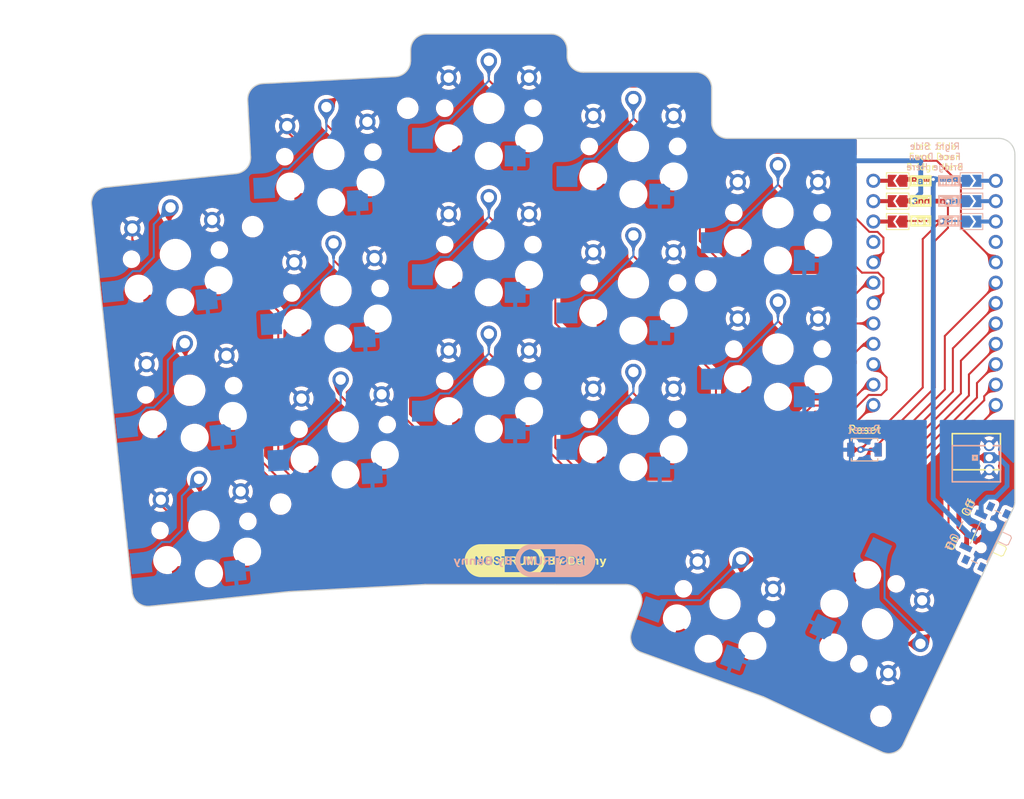
<source format=kicad_pcb>
(kicad_pcb (version 20221018) (generator pcbnew)
  (title_block (title "Nostrum") (rev "v1.0.0") (company "Unknown"))
  (layers (0 "F.Cu" signal) (31 "B.Cu" signal) (34 "B.Paste" user) (35 "F.Paste" user) (36 "B.SilkS" user "B.Silkscreen") (37 "F.SilkS" user "F.Silkscreen") (38 "B.Mask" user) (39 "F.Mask" user) (44 "Edge.Cuts" user))
  (net 0 "")
  (net 1 "GND")
  (net 2 "matrix_pinky_bottom")
  (net 3 "matrix_pinky_home")
  (net 4 "matrix_pinky_top")
  (net 5 "matrix_ring_bottom")
  (net 6 "matrix_ring_home")
  (net 7 "matrix_ring_top")
  (net 8 "matrix_middle_bottom")
  (net 9 "matrix_middle_home")
  (net 10 "matrix_middle_top")
  (net 11 "matrix_index_bottom")
  (net 12 "matrix_index_home")
  (net 13 "matrix_index_top")
  (net 14 "matrix_inner_bottom")
  (net 15 "matrix_inner_home")
  (net 16 "thumb_tucky")
  (net 17 "thumb_reachy")
  (net 18 "RAW")
  (net 19 "RST")
  (net 20 "pos")
  (footprint "Button_Switch_SMD:SW_SPDT_PCM12" (layer "F.Cu") (at 97.110991 1.219998 65)
    (fp_text reference "On - Off")
    (fp_text value "")
  )
  (footprint "Button_Switch_SMD:SW_SPST_B3U-1000P" (layer "F.Cu") (at 82.25 -9.5)
    (fp_text reference "Reset")
    (fp_text value "")
  )
  (footprint "PG1350" (layer "F.Cu") (at 71.472891 -22.039176)
    (fp_text reference "S29" hide)
    (fp_text value "" hide)
  )
  (footprint "PG1350" (layer "F.Cu") (at 17.328122 -12.342692 3)
    (fp_text reference "S20" hide)
    (fp_text value "" hide)
  )
  (footprint "PG1350" (layer "F.Cu") (at 35.472892 -52.051676 180)
    (fp_text reference "S9" hide)
    (fp_text value "" hide)
  )
  (footprint "PG1350" (layer "F.Cu") (at 15.5487 -46.296096 -177)
    (fp_text reference "S6" hide)
    (fp_text value "" hide)
  )
  (footprint "PG1350" (layer "F.Cu") (at 17.328122 -12.342692 -177)
    (fp_text reference "S4" hide)
    (fp_text value "" hide)
  )
  (footprint "kibuzzard-64BC4CE6" (layer "F.Cu") (at 89.25 -43)
    (fp_text reference "kibuzzard-64BC4CE6" hide)
    (fp_text value "G***" hide)
  )
  (footprint "PG1350" (layer "F.Cu") (at 0 0 6)
    (fp_text reference "S17" hide)
    (fp_text value "" hide)
  )
  (footprint "PG1350" (layer "F.Cu") (at -1.776984 -16.906872 6)
    (fp_text reference "S18" hide)
    (fp_text value "" hide)
  )
  (footprint "PG1350" (layer "F.Cu") (at 64.872892 9.710824 160)
    (fp_text reference "S15" hide)
    (fp_text value "" hide)
  )
  (footprint "PG1350" (layer "F.Cu") (at 35.472892 -35.051676)
    (fp_text reference "S24" hide)
    (fp_text value "" hide)
  )
  (footprint "PG1350" (layer "F.Cu") (at -3.553968 -33.813744 6)
    (fp_text reference "S19" hide)
    (fp_text value "" hide)
  )
  (footprint "Library:MountingHole_2.2mm_M2draw" (layer "F.Cu") (at 9.54096 -2.721958)
    (fp_text reference "")
    (fp_text value "")
  )
  (footprint "PG1350" (layer "F.Cu") (at 16.438411 -29.319394 -177)
    (fp_text reference "S5" hide)
    (fp_text value "" hide)
  )
  (footprint "kibuzzard-64BC4B3E" (layer "F.Cu") (at 89.25 -38)
    (fp_text reference "kibuzzard-64BC4B3E" hide)
    (fp_text value "G***" hide)
  )
  (footprint "PG1350" (layer "F.Cu") (at 53.472892 -47.289176 180)
    (fp_text reference "S12" hide)
    (fp_text value "" hide)
  )
  (footprint "PG1350" (layer "F.Cu") (at 83.868802 12.19513 65)
    (fp_text reference "S16" hide)
    (fp_text value "" hide)
  )
  (footprint "PG1350" (layer "F.Cu") (at 35.472892 -18.051676)
    (fp_text reference "S23" hide)
    (fp_text value "" hide)
  )
  (footprint "Library:ProMicroSimpleJumper" (layer "F.Cu") (at 90.972891 -29.039176 -90)
    (fp_text reference "MCU1" hide)
    (fp_text value "" hide)
  )
  (footprint "PG1350" (layer "F.Cu") (at 15.5487 -46.296096 3)
    (fp_text reference "S22" hide)
    (fp_text value "" hide)
  )
  (footprint "SamacSys_Parts:SHDRRA2W50P0X150_1X2_450X600X370P" (layer "F.Cu") (at 97.775 -8.5 90)
    (fp_text reference "")
    (fp_text value "" hide)
  )
  (footprint "LOGO" (layer "F.Cu") (at 37.450405 4.318136)
    (fp_text reference "G***" hide)
    (fp_text value "LOGO" hide)
  )
  (footprint "PG1350" (layer "F.Cu") (at 0 0 -174)
    (fp_text reference "S1" hide)
    (fp_text value "" hide)
  )
  (footprint "PG1350" (layer "F.Cu") (at 53.472892 -30.289176 180)
    (fp_text reference "S11" hide)
    (fp_text value "" hide)
  )
  (footprint "Library:MountingHole_2.2mm_M2draw" (layer "F.Cu") (at 62.472891 -30.539176)
    (fp_text reference "")
    (fp_text value "")
  )
  (footprint "PG1350" (layer "F.Cu") (at 53.472892 -13.289176)
    (fp_text reference "S26" hide)
    (fp_text value "" hide)
  )
  (footprint "Library:MountingHole_2.2mm_M2draw" (layer "F.Cu") (at 84.295081 23.703531)
    (fp_text reference "")
    (fp_text value "")
  )
  (footprint "PG1350" (layer "F.Cu") (at 53.472892 -13.289176 180)
    (fp_text reference "S10" hide)
    (fp_text value "" hide)
  )
  (footprint "PG1350" (layer "F.Cu") (at 71.472891 -39.039176 180)
    (fp_text reference "S14" hide)
    (fp_text value "" hide)
  )
  (footprint "PG1350" (layer "F.Cu") (at 16.438411 -29.319394 3)
    (fp_text reference "S21" hide)
    (fp_text value "" hide)
  )
  (footprint "Library:MountingHole_2.2mm_M2draw" (layer "F.Cu") (at 25.372892 -52.051676)
    (fp_text reference "")
    (fp_text value "")
  )
  (footprint "PG1350" (layer "F.Cu") (at 53.472892 -47.289176)
    (fp_text reference "S28" hide)
    (fp_text value "" hide)
  )
  (footprint "PG1350" (layer "F.Cu") (at 35.472892 -18.051676 180)
    (fp_text reference "S7" hide)
    (fp_text value "" hide)
  )
  (footprint "PG1350" (layer "F.Cu") (at -3.553968 -33.813744 -174)
    (fp_text reference "S3" hide)
    (fp_text value "" hide)
  )
  (footprint "PG1350" (layer "F.Cu") (at 64.872892 9.710824 -20)
    (fp_text reference "S31" hide)
    (fp_text value "" hide)
  )
  (footprint "PG1350" (layer "F.Cu") (at 83.868802 12.19513 -115)
    (fp_text reference "S32" hide)
    (fp_text value "" hide)
  )
  (footprint "PG1350" (layer "F.Cu") (at 35.472892 -35.051676 180)
    (fp_text reference "S8" hide)
    (fp_text value "" hide)
  )
  (footprint "Library:MountingHole_2.2mm_M2draw" (layer "F.Cu") (at 6.057191 -37.287002)
    (fp_text reference "")
    (fp_text value "")
  )
  (footprint "PG1350" (layer "F.Cu") (at 71.472891 -22.039176 180)
    (fp_text reference "S13" hide)
    (fp_text value "" hide)
  )
  (footprint "PG1350" (layer "F.Cu") (at -1.776984 -16.906872 -174)
    (fp_text reference "S2" hide)
    (fp_text value "" hide)
  )
  (footprint "PG1350" (layer "F.Cu") (at 71.472891 -39.039176)
    (fp_text reference "S30" hide)
    (fp_text value "" hide)
  )
  (footprint "kibuzzard-64BC4B21" (layer "F.Cu") (at 89.25 -40.5)
    (fp_text reference "kibuzzard-64BC4B21" hide)
    (fp_text value "G***" hide)
  )
  (footprint "PG1350" (layer "F.Cu") (at 53.472892 -30.289176)
    (fp_text reference "S27" hide)
    (fp_text value "" hide)
  )
  (footprint "PG1350" (layer "F.Cu") (at 35.472892 -52.051676)
    (fp_text reference "S25" hide)
    (fp_text value "" hide)
  )
  (footprint "kibuzzard-6498B72D" (layer "F.Cu") (at 96 -8.5)
    (fp_text reference "kibuzzard-6498B72D" hide)
    (fp_text value "G***" hide)
  )
  (footprint "LOGO" (layer "B.Cu") (at 43.75 4.318136 180)
    (fp_text reference "G***" hide)
    (fp_text value "LOGO" hide)
  )
  (footprint "kibuzzard-64BC4B8B" (layer "B.Cu") (at 92.75 -40.5 180)
    (fp_text reference "kibuzzard-64BC4B8B" hide)
    (fp_text value "G***" hide)
  )
  (footprint "kibuzzard-6498B72D" (layer "B.Cu") (at 96 -8.5 180)
    (fp_text reference "kibuzzard-6498B72D" hide)
    (fp_text value "G***" hide)
  )
  (footprint "kibuzzard-64BC4BA6" (layer "B.Cu") (at 92.75 -38 180)
    (fp_text reference "kibuzzard-64BC4BA6" hide)
    (fp_text value "G***" hide)
  )
  (footprint "kibuzzard-64BC4B76" (layer "B.Cu") (at 92.75 -43 180)
    (fp_text reference "kibuzzard-64BC4B76" hide)
    (fp_text value "G***" hide)
  )
  (gr_arc (start 69.619388 21.282051) (mid 69.700715 21.313677) (end 69.780584 21.348821) (stroke (width 0.15)) (layer "Edge.Cuts"))
  (gr_arc (start -6.740656 10.009423) (mid -8.208354 9.574671) (end -8.938757 8.229436) (stroke (width 0.15)) (layer "Edge.Cuts"))
  (gr_line (start 47.222892 -56.539176) (end 61.222892 -56.539176) (stroke (width 0.15)) (layer "Edge.Cuts"))
  (gr_arc (start 47.222892 -56.539176) (mid 45.808678 -57.124962) (end 45.222892 -58.539176) (stroke (width 0.15)) (layer "Edge.Cuts"))
  (gr_line (start 7.325213 -55.127816) (end 23.827564 -55.992667) (stroke (width 0.15)) (layer "Edge.Cuts"))
  (gr_line (start 27.722892 -61.301676) (end 43.222892 -61.301676) (stroke (width 0.15)) (layer "Edge.Cuts"))
  (gr_line (start 27.620136 7.298324) (end 43.722892 7.298324) (stroke (width 0.15)) (layer "Edge.Cuts"))
  (gr_line (start -10.611213 -7.682914) (end -10.663477 -8.180175) (stroke (width 0.15)) (layer "Edge.Cuts"))
  (gr_arc (start 43.222892 -61.301676) (mid 44.637106 -60.71589) (end 45.222892 -59.301676) (stroke (width 0.15)) (layer "Edge.Cuts"))
  (gr_line (start -14.008388 -40.004876) (end -12.440461 -25.087047) (stroke (width 0.15)) (layer "Edge.Cuts"))
  (gr_arc (start 54.426588 15.752325) (mid 53.298012 14.718176) (end 53.231242 13.188899) (stroke (width 0.15)) (layer "Edge.Cuts"))
  (gr_line (start -10.611213 -7.682914) (end -8.938757 8.229436) (stroke (width 0.15)) (layer "Edge.Cuts"))
  (gr_arc (start 61.222892 -56.539176) (mid 62.637106 -55.95339) (end 63.222892 -54.539176) (stroke (width 0.15)) (layer "Edge.Cuts"))
  (gr_arc (start 5.800644 -46.003674) (mid 5.324197 -44.600106) (end 4.012442 -43.909958) (stroke (width 0.15)) (layer "Edge.Cuts"))
  (gr_line (start 45.222892 -59.301676) (end 45.222892 -58.539176) (stroke (width 0.15)) (layer "Edge.Cuts"))
  (gr_line (start 87.075076 27.206619) (end 98.367055 2.990891) (stroke (width 0.15)) (layer "Edge.Cuts"))
  (gr_line (start 69.780584 21.348821) (end 84.417224 28.173998) (stroke (width 0.15)) (layer "Edge.Cuts"))
  (gr_line (start -12.388197 -24.589786) (end -12.440461 -25.087047) (stroke (width 0.15)) (layer "Edge.Cuts"))
  (gr_line (start 10.638635 8.185542) (end 27.515464 7.301065) (stroke (width 0.15)) (layer "Edge.Cuts"))
  (gr_line (start -12.388197 -24.589786) (end -10.663477 -8.180175) (stroke (width 0.15)) (layer "Edge.Cuts"))
  (gr_line (start 100.972891 -46.289176) (end 100.972891 -3.07202) (stroke (width 0.15)) (layer "Edge.Cuts"))
  (gr_arc (start 98.972891 -48.289176) (mid 100.387105 -47.70339) (end 100.972891 -46.289176) (stroke (width 0.15)) (layer "Edge.Cuts"))
  (gr_arc (start 25.722892 -57.989926) (mid 25.173641 -56.613217) (end 23.827564 -55.992667) (stroke (width 0.15)) (layer "Edge.Cuts"))
  (gr_line (start -6.740656 10.009423) (end 10.53425 8.193757) (stroke (width 0.15)) (layer "Edge.Cuts"))
  (gr_arc (start 27.515464 7.301065) (mid 27.567782 7.299009) (end 27.620136 7.298324) (stroke (width 0.15)) (layer "Edge.Cuts"))
  (gr_line (start 5.432626 -53.025885) (end 5.800644 -46.003674) (stroke (width 0.15)) (layer "Edge.Cuts"))
  (gr_line (start 53.231242 13.188899) (end 54.397052 9.985864) (stroke (width 0.15)) (layer "Edge.Cuts"))
  (gr_arc (start 52.517666 7.301823) (mid 54.155971 8.15467) (end 54.397052 9.985864) (stroke (width 0.15)) (layer "Edge.Cuts"))
  (gr_line (start 25.722892 -57.989926) (end 25.722892 -59.301676) (stroke (width 0.15)) (layer "Edge.Cuts"))
  (gr_line (start -12.228401 -42.202976) (end 4.012442 -43.909958) (stroke (width 0.15)) (layer "Edge.Cuts"))
  (gr_line (start 43.722892 7.301824) (end 52.517666 7.301824) (stroke (width 0.15)) (layer "Edge.Cuts"))
  (gr_line (start 54.426587 15.752325) (end 69.619388 21.282052) (stroke (width 0.15)) (layer "Edge.Cuts"))
  (gr_line (start 63.222892 -54.539176) (end 63.222892 -50.289176) (stroke (width 0.15)) (layer "Edge.Cuts"))
  (gr_arc (start 87.075075 27.206619) (mid 85.9465 28.240767) (end 84.417224 28.173998) (stroke (width 0.15)) (layer "Edge.Cuts"))
  (gr_arc (start 65.222892 -48.289176) (mid 63.808678 -48.874962) (end 63.222892 -50.289176) (stroke (width 0.15)) (layer "Edge.Cuts"))
  (gr_arc (start 10.53425 8.193757) (mid 10.586389 8.188966) (end 10.638635 8.185542) (stroke (width 0.15)) (layer "Edge.Cuts"))
  (gr_line (start 100.784623 -2.224889) (end 98.367055 2.990891) (stroke (width 0.15)) (layer "Edge.Cuts"))
  (gr_arc (start 25.722892 -59.301676) (mid 26.308678 -60.71589) (end 27.722892 -61.301676) (stroke (width 0.15)) (layer "Edge.Cuts"))
  (gr_arc (start -14.008387 -40.004876) (mid -13.573635 -41.472573) (end -12.228401 -42.202976) (stroke (width 0.15)) (layer "Edge.Cuts"))
  (gr_line (start 65.222892 -48.289176) (end 98.972891 -48.289176) (stroke (width 0.15)) (layer "Edge.Cuts"))
  (gr_arc (start 5.432626 -53.025885) (mid 5.943595 -54.468818) (end 7.325213 -55.127816) (stroke (width 0.15)) (layer "Edge.Cuts"))
  (gr_arc (start 100.972892 -3.07202) (mid 100.925258 -2.63812) (end 100.784623 -2.224889) (stroke (width 0.15)) (layer "Edge.Cuts"))
  (gr_text "By Benny" (at 38.450405 5) (layer "B.SilkS") (effects (font (size 1 1) (thickness 0.25) bold) (justify left bottom mirror)))
  (gr_text "Right Side\nFace Down\nBridge Here" (at 91 -44.25) (layer "B.SilkS") (effects (font (size 0.8 0.8) (thickness 0.125)) (justify bottom mirror)))
  (gr_text "Left Side\nFace Down\nBridge Here" (at 91 -44.25) (layer "F.SilkS") (effects (font (size 0.8 0.8) (thickness 0.125)) (justify bottom)))
  (gr_text "By Benny" (at 42.75 5) (layer "F.SilkS") (effects (font (size 1 1) (thickness 0.25) bold) (justify left bottom)))
  (segment (start 32.75 -29.653784) (end 32.75 -36.574568) (width 0.25) (layer "F.Cu") (net 1))
  (segment (start 13.479298 -23.206148) (end 13.75 -23.47685) (width 0.25) (layer "F.Cu") (net 1))
  (segment (start 68.75 -23.562067) (end 66.472891 -25.839176) (width 0.25) (layer "F.Cu") (net 1))
  (segment (start -5.75 -32.5) (end -8.923786 -35.673786) (width 0.25) (layer "F.Cu") (net 1))
  (segment (start 14.369009 -6.229446) (end 14.75 -6.610437) (width 0.25) (layer "F.Cu") (net 1))
  (segment (start 32.197892 -46.101676) (end 32.75 -46.653784) (width 0.25) (layer "F.Cu") (net 1))
  (segment (start -5.75 -27.993091) (end -5.75 -32.5) (width 0.25) (layer "F.Cu") (net 1))
  (segment (start 68.75 -16.641285) (end 68.75 -23.562067) (width 0.25) (layer "F.Cu") (net 1))
  (segment (start 50.75 -7.891284) (end 50.75 -14.812068) (width 0.25) (layer "F.Cu") (net 1))
  (segment (start 50.75 -24.891284) (end 50.75 -31.812068) (width 0.25) (layer "F.Cu") (net 1))
  (segment (start 32.197892 -29.101676) (end 32.75 -29.653784) (width 0.25) (layer "F.Cu") (net 1))
  (segment (start 91 -17.25) (end 83.95 -10.2) (width 0.25) (layer "F.Cu") (net 1))
  (segment (start 91 -35.5) (end 91 -17.25) (width 0.25) (layer "F.Cu") (net 1))
  (segment (start -2.5 0.25) (end -5.369818 -2.619818) (width 0.25) (layer "F.Cu") (net 1))
  (segment (start -4.25 -17.266611) (end -7.146802 -20.163413) (width 0.25) (layer "F.Cu") (net 1))
  (segment (start 92.634979 -37.134979) (end 91 -35.5) (width 0.25) (layer "F.Cu") (net 1))
  (segment (start 14.75 -13.261902) (end 12.136098 -15.875804) (width 0.25) (layer "F.Cu") (net 1))
  (segment (start -6.189083 -27.554008) (end -5.75 -27.993091) (width 0.25) (layer "F.Cu") (net 1))
  (segment (start 92.634479 -40.469655) (end 88.280345 -40.469655) (width 0.6) (layer "F.Cu") (net 1))
  (segment (start 50.197892 -24.339176) (end 50.75 -24.891284) (width 0.25) (layer "F.Cu") (net 1))
  (segment (start 68.197891 -16.089176) (end 68.75 -16.641285) (width 0.25) (layer "F.Cu") (net 1))
  (segment (start 87.128715 -40.5) (end 87.097891 -40.469176) (width 0.25) (layer "F.Cu") (net 1))
  (segment (start 32.75 -46.653784) (end 32.75 -53.574568) (width 0.25) (layer "F.Cu") (net 1))
  (segment (start 68.197891 -33.089176) (end 68.75 -33.641285) (width 0.25) (layer "F.Cu") (net 1))
  (segment (start 32.197892 -12.101676) (end 32.75 -12.653784) (width 0.25) (layer "F.Cu") (net 1))
  (segment (start 32.75 -53.574568) (end 30.472892 -55.851676) (width 0.25) (layer "F.Cu") (net 1))
  (segment (start 92.634479 -40.469655) (end 92.634479 -38.321516) (width 0.25) (layer "F.Cu") (net 1))
  (segment (start 13.75 -30.348893) (end 11.246387 -32.852506) (width 0.25) (layer "F.Cu") (net 1))
  (segment (start 50.197892 -41.339176) (end 51 -42.141284) (width 0.25) (layer "F.Cu") (net 1))
  (segment (start 92.634979 -38.321016) (end 92.634979 -37.134979) (width 0.25) (layer "F.Cu") (net 1))
  (segment (start 14.75 -6.610437) (end 14.75 -13.261902) (width 0.25) (layer "F.Cu") (net 1))
  (segment (start 12.589587 -40.18285) (end 13 -40.593263) (width 0.25) (layer "F.Cu") (net 1))
  (segment (start 83.95 -10.2) (end 83.95 -9.5) (width 0.25) (layer "F.Cu") (net 1))
  (segment (start 51 -48.562068) (end 48.472892 -51.089176) (width 0.25) (layer "F.Cu") (net 1))
  (segment (start 88.25 -40.5) (end 87.128715 -40.5) (width 0.6) (layer "F.Cu") (net 1))
  (segment (start 13 -46.5) (end 10.356676 -49.143324) (width 0.25) (layer "F.Cu") (net 1))
  (segment (start -2.5 6.124621) (end -2.5 0.25) (width 0.25) (layer "F.Cu") (net 1))
  (segment (start -4.412099 -10.647136) (end -4.25 -10.809235) (width 0.25) (layer "F.Cu") (net 1))
  (segment (start 50.75 -14.812068) (end 48.472892 -17.089176) (width 0.25) (layer "F.Cu") (net 1))
  (segment (start 51 -42.141284) (end 51 -48.562068) (width 0.25) (layer "F.Cu") (net 1))
  (segment (start 50.75 -31.812068) (end 48.472892 -34.089176) (width 0.25) (layer "F.Cu") (net 1))
  (segment (start 10.356676 -49.143324) (end 10.356676 -49.829208) (width 0.25) (layer "F.Cu") (net 1))
  (segment (start -5.369818 -2.619818) (end -5.369818 -3.256541) (width 0.25) (layer "F.Cu") (net 1))
  (segment (start 68.75 -33.641285) (end 68.75 -40.562067) (width 0.25) (layer "F.Cu") (net 1))
  (segment (start 92.634479 -38.321516) (end 92.634979 -38.321016) (width 0.25) (layer "F.Cu") (net 1))
  (segment (start 32.75 -19.574568) (end 30.472892 -21.851676) (width 0.25) (layer "F.Cu") (net 1))
  (segment (start 13.75 -23.47685) (end 13.75 -30.348893) (width 0.25) (layer "F.Cu") (net 1))
  (segment (start 32.75 -12.653784) (end 32.75 -19.574568) (width 0.25) (layer "F.Cu") (net 1))
  (segment (start 68.75 -40.562067) (end 66.472891 -42.839176) (width 0.25) (layer "F.Cu") (net 1))
  (segment (start -2.635115 6.259736) (end -2.5 6.124621) (width 0.25) (layer "F.Cu") (net 1))
  (segment (start -4.25 -10.809235) (end -4.25 -17.266611) (width 0.25) (layer "F.Cu") (net 1))
  (segment (start 13 -40.593263) (end 13 -46.5) (width 0.25) (layer "F.Cu") (net 1))
  (segment (start -8.923786 -35.673786) (end -8.923786 -37.070285) (width 0.25) (layer "F.Cu") (net 1))
  (segment (start 88.280345 -40.469655) (end 88.25 -40.5) (width 0.25) (layer "F.Cu") (net 1))
  (segment (start 32.75 -36.574568) (end 30.472892 -38.851676) (width 0.25) (layer "F.Cu") (net 1))
  (segment (start 50.197892 -7.339176) (end 50.75 -7.891284) (width 0.25) (layer "F.Cu") (net 1))
  (via (at 88.25 -40.5) (size 0.8) (drill 0.4) (layers "F.Cu" "B.Cu") (net 1))
  (via (at 92.634479 -40.469655) (size 0.8) (drill 0.4) (layers "F.Cu" "B.Cu") (net 1))
  (segment (start 76.472891 -42.839176) (end 79.133715 -45.5) (width 0.6) (layer "B.Cu") (net 1))
  (segment (start 89.25 -41.5) (end 88.25 -40.5) (width 0.6) (layer "B.Cu") (net 1))
  (segment (start 89.25 -45.5) (end 89.25 -41.5) (width 0.6) (layer "B.Cu") (net 1))
  (segment (start 79.133715 -45.5) (end 89.25 -45.5) (width 0.6) (layer "B.Cu") (net 1))
  (segment (start 92.634479 -40.469655) (end 94.847412 -40.469655) (width 0.6) (layer "B.Cu") (net 1))
  (segment (start 94.847412 -40.469655) (end 94.847891 -40.469176) (width 0.25) (layer "B.Cu") (net 1))
  (segment (start 41.75 -5.5) (end 29 -5.5) (width 0.25) (layer "F.Cu") (net 2))
  (segment (start 6.757166 1) (end 8.62165 2.864484) (width 0.25) (layer "F.Cu") (net 2))
  (segment (start 78.5 -3) (end 75.5 -6) (width 0.25) (layer "F.Cu") (net 2))
  (segment (start 96.25 -17.806285) (end 96.25 -16) (width 0.25) (layer "F.Cu") (net 2))
  (segment (start 29 -5.5) (end 25.5 -2) (width 0.25) (layer "F.Cu") (net 2))
  (segment (start 4.814121 1) (end 6.757166 1) (width 0.25) (layer "F.Cu") (net 2))
  (segment (start 47.25 0) (end 41.75 -5.5) (width 0.25) (layer "F.Cu") (net 2))
  (segment (start 75.5 -6) (end 68.5 -6) (width 0.25) (layer "F.Cu") (net 2))
  (segment (start 25.5 -2) (end 12.25 -2) (width 0.25) (layer "F.Cu") (net 2))
  (segment (start 98.592891 -20.149176) (end 96.25 -17.806285) (width 0.25) (layer "F.Cu") (net 2))
  (segment (start 62.5 0) (end 47.25 0) (width 0.25) (layer "F.Cu") (net 2))
  (segment (start -0.616718 -5.867679) (end -0.616718 -4.430839) (width 0.25) (layer "F.Cu") (net 2))
  (segment (start 96.25 -16) (end 88.5 -8.25) (width 0.25) (layer "F.Cu") (net 2))
  (segment (start 88.5 -7) (end 84.5 -3) (width 0.25) (layer "F.Cu") (net 2))
  (segment (start -0.616718 -4.430839) (end 4.814121 1) (width 0.25) (layer "F.Cu") (net 2))
  (segment (start 8.62165 1.62835) (end 8.62165 2.864484) (width 0.25) (layer "F.Cu") (net 2))
  (segment (start 68.5 -6) (end 62.5 0) (width 0.25) (layer "F.Cu") (net 2))
  (segment (start 88.5 -8.25) (end 88.5 -7) (width 0.25) (layer "F.Cu") (net 2))
  (segment (start 12.25 -2) (end 8.62165 1.62835) (width 0.25) (layer "F.Cu") (net 2))
  (segment (start 84.5 -3) (end 78.5 -3) (width 0.25) (layer "F.Cu") (net 2))
  (segment (start -4.25 2) (end -2.75 0.5) (width 0.25) (layer "B.Cu") (net 2))
  (segment (start -7.837687 4.59443) (end -5.25 2.006743) (width 0.25) (layer "B.Cu") (net 2))
  (segment (start -2.75 -3.734397) (end -0.616718 -5.867679) (width 0.25) (layer "B.Cu") (net 2))
  (segment (start -5.25 2) (end -4.25 2) (width 0.25) (layer "B.Cu") (net 2))
  (segment (start -2.75 0.5) (end -2.75 -3.734397) (width 0.25) (layer "B.Cu") (net 2))
  (segment (start -5.25 2.006743) (end -5.25 2) (width 0.25) (layer "B.Cu") (net 2))
  (segment (start 62.25 -1) (end 47.5 -1) (width 0.25) (layer "F.Cu") (net 3))
  (segment (start 98.592891 -22.223533) (end 95.25 -18.880642) (width 0.25) (layer "F.Cu") (net 3))
  (segment (start 12.25 -3) (end 6.844666 -8.405334) (width 0.25) (layer "F.Cu") (net 3))
  (segment (start 6.844666 -8.405334) (end 6.844666 -14.042388) (width 0.25) (layer "F.Cu") (net 3))
  (segment (start 78.75 -4) (end 75.75 -7) (width 0.25) (layer "F.Cu") (net 3))
  (segment (start 28.75 -6.5) (end 25.25 -3) (width 0.25) (layer "F.Cu") (net 3))
  (segment (start 2.944009 -16) (end 4.887054 -16) (width 0.25) (layer "F.Cu") (net 3))
  (segment (start 95.25 -18.880642) (end 95.25 -16.25) (width 0.25) (layer "F.Cu") (net 3))
  (segment (start 4.887054 -16) (end 6.844666 -14.042388) (width 0.25) (layer "F.Cu") (net 3))
  (segment (start 75.75 -7) (end 68.25 -7) (width 0.25) (layer "F.Cu") (net 3))
  (segment (start 47.5 -1) (end 42 -6.5) (width 0.25) (layer "F.Cu") (net 3))
  (segment (start 98.592891 -22.689176) (end 98.592891 -22.223533) (width 0.25) (layer "F.Cu") (net 3))
  (segment (start -2.393702 -21.337711) (end 2.944009 -16) (width 0.25) (layer "F.Cu") (net 3))
  (segment (start 95.25 -16.25) (end 87.75 -8.75) (width 0.25) (layer "F.Cu") (net 3))
  (segment (start 84.25 -4) (end 78.75 -4) (width 0.25) (layer "F.Cu") (net 3))
  (segment (start -2.393702 -22.774551) (end -2.393702 -21.337711) (width 0.25) (layer "F.Cu") (net 3))
  (segment (start 68.25 -7) (end 62.25 -1) (width 0.25) (layer "F.Cu") (net 3))
  (segment (start 87.75 -8.75) (end 87.75 -7.5) (width 0.25) (layer "F.Cu") (net 3))
  (segment (start 42 -6.5) (end 28.75 -6.5) (width 0.25) (layer "F.Cu") (net 3))
  (segment (start 25.25 -3) (end 12.25 -3) (width 0.25) (layer "F.Cu") (net 3))
  (segment (start 87.75 -7.5) (end 84.25 -4) (width 0.25) (layer "F.Cu") (net 3))
  (segment (start -4.5 -16.5) (end -4.5 -20.668253) (width 0.25) (layer "B.Cu") (net 3))
  (segment (start -7.177113 -14.75) (end -6.25 -14.75) (width 0.25) (layer "B.Cu") (net 3))
  (segment (start -9.614671 -12.312442) (end -7.177113 -14.75) (width 0.25) (layer "B.Cu") (net 3))
  (segment (start -6.25 -14.75) (end -4.5 -16.5) (width 0.25) (layer "B.Cu") (net 3))
  (segment (start -4.5 -20.668253) (end -2.393702 -22.774551) (width 0.25) (layer "B.Cu") (net 3))
  (segment (start 1 -32.75) (end 3.266942 -32.75) (width 0.25) (layer "F.Cu") (net 4))
  (segment (start 42.25 -7.5) (end 28.5 -7.5) (width 0.25) (layer "F.Cu") (net 4))
  (segment (start 87 -9.25) (end 87 -7.875) (width 0.25) (layer "F.Cu") (net 4))
  (segment (start 94.25 -20.59) (end 94.25 -16.5) (width 0.25) (layer "F.Cu") (net 4))
  (segment (start 98.592891 -24.932891) (end 94.25 -20.59) (width 0.25) (layer "F.Cu") (net 4))
  (segment (start 13 -4) (end 9.25 -7.75) (width 0.25) (layer "F.Cu") (net 4))
  (segment (start 25 -4) (end 13 -4) (width 0.25) (layer "F.Cu") (net 4))
  (segment (start 94.25 -16.5) (end 87 -9.25) (width 0.25) (layer "F.Cu") (net 4))
  (segment (start 62 -2) (end 47.75 -2) (width 0.25) (layer "F.Cu") (net 4))
  (segment (start -4.170686 -37.920686) (end 1 -32.75) (width 0.25) (layer "F.Cu") (net 4))
  (segment (start 47.75 -2) (end 42.25 -7.5) (width 0.25) (layer "F.Cu") (net 4))
  (segment (start 98.592891 -25.229176) (end 98.592891 -24.932891) (width 0.25) (layer "F.Cu") (net 4))
  (segment (start 79 -5) (end 76 -8) (width 0.25) (layer "F.Cu") (net 4))
  (segment (start 87 -7.875) (end 84.125 -5) (width 0.25) (layer "F.Cu") (net 4))
  (segment (start 84.125 -5) (end 79 -5) (width 0.25) (layer "F.Cu") (net 4))
  (segment (start 3.266942 -32.75) (end 5.067682 -30.94926) (width 0.25) (layer "F.Cu") (net 4))
  (segment (start -4.170686 -39.681423) (end -4.170686 -37.920686) (width 0.25) (layer "F.Cu") (net 4))
  (segment (start 9.25 -26.766942) (end 5.067682 -30.94926) (width 0.25) (layer "F.Cu") (net 4))
  (segment (start 9.25 -7.75) (end 9.25 -26.766942) (width 0.25) (layer "F.Cu") (net 4))
  (segment (start 76 -8) (end 68 -8) (width 0.25) (layer "F.Cu") (net 4))
  (segment (start 28.5 -7.5) (end 25 -4) (width 0.25) (layer "F.Cu") (net 4))
  (segment (start 68 -8) (end 62 -2) (width 0.25) (layer "F.Cu") (net 4))
  (segment (start -8 -31.75) (end -6.25 -33.5) (width 0.25) (layer "B.Cu") (net 4))
  (segment (start -11.391655 -29.219314) (end -8.860969 -31.75) (width 0.25) (layer "B.Cu") (net 4))
  (segment (start -8.860969 -31.75) (end -8 -31.75) (width 0.25) (layer "B.Cu") (net 4))
  (segment (start -6.25 -37.602109) (end -4.170686 -39.681423) (width 0.25) (layer "B.Cu") (net 4))
  (segment (start -6.25 -33.5) (end -6.25 -37.602109) (width 0.25) (layer "B.Cu") (net 4))
  (segment (start 93.25 -22.13) (end 93.25 -16.75) (width 0.25) (layer "F.Cu") (net 5))
  (segment (start 98.592891 -27.769176) (end 98.592891 -27.472891) (width 0.25) (layer "F.Cu") (net 5))
  (segment (start 86.25 -8.25) (end 84 -6) (width 0.25) (layer "F.Cu") (net 5))
  (segment (start 79.25 -6) (end 76.25 -9) (width 0.25) (layer "F.Cu") (net 5))
  (segment (start 98.592891 -27.472891) (end 93.25 -22.13) (width 0.25) (layer "F.Cu") (net 5))
  (segment (start 61.75 -3) (end 48 -3) (width 0.25) (layer "F.Cu") (net 5))
  (segment (start 17.01934 -16.23066) (end 22.25 -11) (width 0.25) (layer "F.Cu") (net 5))
  (segment (start 93.25 -16.75) (end 86.25 -9.75) (width 0.25) (layer "F.Cu") (net 5))
  (segment (start 86.25 -9.75) (end 86.25 -8.25) (width 0.25) (layer "F.Cu") (net 5))
  (segment (start 22.25 -11) (end 23.818952 -11) (width 0.25) (layer "F.Cu") (net 5))
  (segment (start 26.318952 -8.5) (end 25.788041 -9.030911) (width 0.25) (layer "F.Cu") (net 5))
  (segment (start 48 -3) (end 42.5 -8.5) (width 0.25) (layer "F.Cu") (net 5))
  (segment (start 67.75 -9) (end 61.75 -3) (width 0.25) (layer "F.Cu") (net 5))
  (segment (start 42.5 -8.5) (end 26.318952 -8.5) (width 0.25) (layer "F.Cu") (net 5))
  (segment (start 17.01934 -18.234606) (end 17.01934 -16.23066) (width 0.25) (layer "F.Cu") (net 5))
  (segment (start 23.818952 -11) (end 25.788041 -9.030911) (width 0.25) (layer "F.Cu") (net 5))
  (segment (start 84 -6) (end 79.25 -6) (width 0.25) (layer "F.Cu") (net 5))
  (segment (start 76.25 -9) (end 67.75 -9) (width 0.25) (layer "F.Cu") (net 5))
  (segment (start 9.414751 -8.164751) (end 11.75 -10.5) (width 0.25) (layer "B.Cu") (net 5))
  (segment (start 9.260722 -8.164751) (end 9.414751 -8.164751) (width 0.25) (layer "B.Cu") (net 5))
  (segment (start 12.25 -10.5) (end 17.01934 -15.26934) (width 0.25) (layer "B.Cu") (net 5))
  (segment (start 17.01934 -15.26934) (end 17.01934 -18.234606) (width 0.25) (layer "B.Cu") (net 5))
  (segment (start 11.75 -10.5) (end 12.25 -10.5) (width 0.25) (layer "B.Cu") (net 5))
  (segment (start 76.5 -10) (end 67.5 -10) (width 0.25) (layer "F.Cu") (net 6))
  (segment (start 61.5 -4) (end 48.25 -4) (width 0.25) (layer "F.Cu") (net 6))
  (segment (start 92.25 -17) (end 85.5 -10.25) (width 0.25) (layer "F.Cu") (net 6))
  (segment (start 22.905943 -28) (end 24.89833 -26.007613) (width 0.25) (layer "F.Cu") (net 6))
  (segment (start 98.592891 -30.309176) (end 98.592891 -30.012891) (width 0.25) (layer "F.Cu") (net 6))
  (segment (start 85.5 -10.25) (end 85.5 -8.75) (width 0.25) (layer "F.Cu") (net 6))
  (segment (start 79.5 -7) (end 76.5 -10) (width 0.25) (layer "F.Cu") (net 6))
  (segment (start 16.129629 -33.120371) (end 21.25 -28) (width 0.25) (layer "F.Cu") (net 6))
  (segment (start 16.129629 -35.211308) (end 16.129629 -33.120371) (width 0.25) (layer "F.Cu") (net 6))
  (segment (start 85.5 -8.75) (end 83.75 -7) (width 0.25) (layer "F.Cu") (net 6))
  (segment (start 24.89833 -13.60167) (end 24.89833 -26.007613) (width 0.25) (layer "F.Cu") (net 6))
  (segment (start 83.75 -7) (end 79.5 -7) (width 0.25) (layer "F.Cu") (net 6))
  (segment (start 42.75 -9.5) (end 29 -9.5) (width 0.25) (layer "F.Cu") (net 6))
  (segment (start 92.25 -23.67) (end 92.25 -17) (width 0.25) (layer "F.Cu") (net 6))
  (segment (start 48.25 -4) (end 42.75 -9.5) (width 0.25) (layer "F.Cu") (net 6))
  (segment (start 67.5 -10) (end 61.5 -4) (width 0.25) (layer "F.Cu") (net 6))
  (segment (start 29 -9.5) (end 24.89833 -13.60167) (width 0.25) (layer "F.Cu") (net 6))
  (segment (start 98.592891 -30.012891) (end 92.25 -23.67) (width 0.25) (layer "F.Cu") (net 6))
  (segment (start 21.25 -28) (end 22.905943 -28) (width 0.25) (layer "F.Cu") (net 6))
  (segment (start 11.5 -27.5) (end 16.129629 -32.129629) (width 0.25) (layer "B.Cu") (net 6))
  (segment (start 8.371011 -25.141453) (end 10.729558 -27.5) (width 0.25) (layer "B.Cu") (net 6))
  (segment (start 10.729558 -27.5) (end 11.5 -27.5) (width 0.25) (layer "B.Cu") (net 6))
  (segment (start 16.129629 -32.129629) (end 16.129629 -35.211308) (width 0.25) (layer "B.Cu") (net 6))
  (segment (start 74.5 -45.5) (end 72.75 -47.25) (width 0.25) (layer "F.Cu") (net 7))
  (segment (start 54.75 -55.5) (end 52 -55.5) (width 0.25) (layer "F.Cu") (net 7))
  (segment (start 15.239918 -52.18801) (end 15.239918 -50.010082) (width 0.25) (layer "F.Cu") (net 7))
  (segment (start 42.25 -56.5) (end 41.25 -57.5) (width 0.25) (layer "F.Cu") (net 7))
  (segment (start 20.25 -45) (end 21.992934 -45) (width 0.25) (layer "F.Cu") (net 7))
  (segment (start 15.239918 -50.010082) (end 20.25 -45) (width 0.25) (layer "F.Cu") (net 7))
  (segment (start 21.992934 -45) (end 24.008619 -42.984315) (width 0.25) (layer "F.Cu") (net 7))
  (segment (start 42.25 -55.25) (end 42.25 -56.5) (width 0.25) (layer "F.Cu") (net 7))
  (segment (start 94.25 -42.5) (end 91.25 -45.5) (width 0.25) (layer "F.Cu") (net 7))
  (segment (start 41.25 -57.5) (end 38.75 -57.5) (width 0.25) (layer "F.Cu") (net 7))
  (segment (start 60.75 -51.5) (end 59 -53.25) (width 0.25) (layer "F.Cu") (net 7))
  (segment (start 57 -53.25) (end 54.75 -55.5) (width 0.25) (layer "F.Cu") (net 7))
  (segment (start 32.25 -57.5) (end 28 -57.5) (width 0.25) (layer "F.Cu") (net 7))
  (segment (start 52 -55.5) (end 50 -53.5) (width 0.25) (layer "F.Cu") (net 7))
  (segment (start 62.25 -47.25) (end 60.75 -48.75) (width 0.25) (layer "F.Cu") (net 7))
  (segment (start 38.75 -57.5) (end 36.5 -59.75) (width 0.25) (layer "F.Cu") (net 7))
  (segment (start 16.551908 -53.5) (end 15.239918 -52.18801) (width 0.25) (layer "F.Cu") (net 7))
  (segment (start 44 -53.5) (end 42.25 -55.25) (width 0.25) (layer "F.Cu") (net 7))
  (segment (start 36.5 -59.75) (end 34.5 -59.75) (width 0.25) (layer "F.Cu") (net 7))
  (segment (start 50 -53.5) (end 44 -53.5) (width 0.25) (layer "F.Cu") (net 7))
  (segment (start 34.5 -59.75) (end 32.25 -57.5) (width 0.25) (layer "F.Cu") (net 7))
  (segment (start 24 -53.5) (end 16.551908 -53.5) (width 0.25) (layer "F.Cu") (net 7))
  (segment (start 59 -53.25) (end 57 -53.25) (width 0.25) (layer "F.Cu") (net 7))
  (segment (start 98.592891 -32.849176) (end 94.25 -37.192067) (width 0.25) (layer "F.Cu") (net 7))
  (segment (start 60.75 -48.75) (end 60.75 -51.5) (width 0.25) (layer "F.Cu") (net 7))
  (segment (start 91.25 -45.5) (end 74.5 -45.5) (width 0.25) (layer "F.Cu") (net 7))
  (segment (start 28 -57.5) (end 24 -53.5) (width 0.25) (layer "F.Cu") (net 7))
  (segment (start 94.25 -37.192067) (end 94.25 -42.5) (width 0.25) (layer "F.Cu") (net 7))
  (segment (start 72.75 -47.25) (end 62.25 -47.25) (width 0.25) (layer "F.Cu") (net 7))
  (segment (start 15.239918 -49.224081) (end 15.239918 -52.18801) (width 0.25) (layer "B.Cu") (net 7))
  (segment (start 9.863145 -44.5) (end 10.515837 -44.5) (width 0.25) (layer "B.Cu") (net 7))
  (segment (start 7.4813 -42.118155) (end 9.863145 -44.5) (width 0.25) (layer "B.Cu") (net 7))
  (segment (start 10.515837 -44.5) (end 15.239918 -49.224081) (width 0.25) (layer "B.Cu") (net 7))
  (segment (start 61.25 -5) (end 48.5 -5) (width 0.25) (layer "F.Cu") (net 8))
  (segment (start 35.472892 -23.951676) (end 35.472892 -21.527108) (width 0.25) (layer "F.Cu") (net 8))
  (segment (start 43.747892 -9.752108) (end 43.747892 -14.301676) (width 0.25) (layer "F.Cu") (net 8))
  (segment (start 67.25 -11) (end 61.25 -5) (width 0.25) (layer "F.Cu") (net 8))
  (segment (start 48.5 -5) (end 43.747892 -9.752108) (width 0.25) (layer "F.Cu") (net 8))
  (segment (start 83.352891 -15.069176) (end 80.783715 -12.5) (width 0.25) (layer "F.Cu") (net 8))
  (segment (start 76.5 -11) (end 67.25 -11) (width 0.25) (layer "F.Cu") (net 8))
  (segment (start 78 -12.5) (end 76.5 -11) (width 0.25) (layer "F.Cu") (net 8))
  (segment (start 35.472892 -21.527108) (end 40.5 -16.5) (width 0.25) (layer "F.Cu") (net 8))
  (segment (start 41.549568 -16.5) (end 43.747892 -14.301676) (width 0.25) (layer "F.Cu") (net 8))
  (segment (start 80.783715 -12.5) (end 78 -12.5) (width 0.25) (layer "F.Cu") (net 8))
  (segment (start 40.5 -16.5) (end 41.549568 -16.5) (width 0.25) (layer "F.Cu") (net 8))
  (segment (start 35.472892 -21.472892) (end 35.472892 -23.951676) (width 0.25) (layer "B.Cu") (net 8))
  (segment (start 29.396216 -16.5) (end 30.5 -16.5) (width 0.25) (layer "B.Cu") (net 8))
  (segment (start 30.5 -16.5) (end 35.472892 -21.472892) (width 0.25) (layer "B.Cu") (net 8))
  (segment (start 27.197892 -14.301676) (end 29.396216 -16.5) (width 0.25) (layer "B.Cu") (net 8))
  (segment (start 75.75 -15) (end 80 -15) (width 0.25) (layer "F.Cu") (net 9))
  (segment (start 47.25 -21.75) (end 60.75 -21.75) (width 0.25) (layer "F.Cu") (net 9))
  (segment (start 63.75 -18.75) (end 63.75 -16) (width 0.25) (layer "F.Cu") (net 9))
  (segment (start 40.5 -33.5) (end 41.549568 -33.5) (width 0.25) (layer "F.Cu") (net 9))
  (segment (start 80 -15) (end 82.609176 -17.609176) (width 0.25) (layer "F.Cu") (net 9))
  (segment (start 66.25 -13.5) (end 74.25 -13.5) (width 0.25) (layer "F.Cu") (net 9))
  (segment (start 43.747892 -25.252108) (end 47.25 -21.75) (width 0.25) (layer "F.Cu") (net 9))
  (segment (start 35.472892 -40.951676) (end 35.472892 -38.527108) (width 0.25) (layer "F.Cu") (net 9))
  (segment (start 63.75 -16) (end 66.25 -13.5) (width 0.25) (layer "F.Cu") (net 9))
  (segment (start 43.747892 -31.301676) (end 43.747892 -25.252108) (width 0.25) (layer "F.Cu") (net 9))
  (segment (start 74.25 -13.5) (end 75.75 -15) (width 0.25) (layer "F.Cu") (net 9))
  (segment (start 82.609176 -17.609176) (end 83.352891 -17.609176) (width 0.25) (layer "F.Cu") (net 9))
  (segment (start 41.549568 -33.5) (end 43.747892 -31.301676) (width 0.25) (layer "F.Cu") (net 9))
  (segment (start 35.472892 -38.527108) (end 40.5 -33.5) (width 0.25) (layer "F.Cu") (net 9))
  (segment (start 60.75 -21.75) (end 63.75 -18.75) (width 0.25) (layer "F.Cu") (net 9))
  (segment (start 30.452 -33.5) (end 35.472892 -38.520892) (width 0.25) (layer "B.Cu") (net 9))
  (segment (start 35.472892 -38.520892) (end 35.472892 -40.951676) (width 0.25) (layer "B.Cu") (net 9))
  (segment (start 29.396216 -33.5) (end 30.452 -33.5) (width 0.25) (layer "B.Cu") (net 9))
  (segment (start 27.197892 -31.301676) (end 29.396216 -33.5) (width 0.25) (layer "B.Cu") (net 9))
  (segment (start 52.283272 -54.75) (end 54.375 -54.75) (width 0.25) (layer "F.Cu") (net 10))
  (segment (start 59.25 -49) (end 61.75 -46.5) (width 0.25) (layer "F.Cu") (net 10))
  (segment (start 84.604191 -34.100476) (end 83.352891 -32.849176) (width 0.25) (layer "F.Cu") (net 10))
  (segment (start 54.375 -54.75) (end 56 -53.125) (width 0.25) (layer "F.Cu") (net 10))
  (segment (start 43.747892 -48.301676) (end 43.747892 -49.747892) (width 0.25) (layer "F.Cu") (net 10))
  (segment (start 56 -50.5) (end 57.5 -49) (width 0.25) (layer "F.Cu") (net 10))
  (segment (start 56 -53.125) (end 56 -50.5) (width 0.25) (layer "F.Cu") (net 10))
  (segment (start 35.472892 -55.527108) (end 40.5 -50.5) (width 0.25) (layer "F.Cu") (net 10))
  (segment (start 76 -40.75) (end 78.75 -40.75) (width 0.25) (layer "F.Cu") (net 10))
  (segment (start 83.871197 -36.640476) (end 84.604191 -35.907482) (width 0.25) (layer "F.Cu") (net 10))
  (segment (start 41.549568 -50.5) (end 43.747892 -48.301676) (width 0.25) (layer "F.Cu") (net 10))
  (segment (start 35.472892 -57.951676) (end 35.472892 -55.527108) (width 0.25) (layer "F.Cu") (net 10))
  (segment (start 84.604191 -35.907482) (end 84.604191 -34.100476) (width 0.25) (layer "F.Cu") (net 10))
  (segment (start 61.75 -46.5) (end 72.503 -46.5) (width 0.25) (layer "F.Cu") (net 10))
  (segment (start 43.747892 -49.747892) (end 46.75 -52.75) (width 0.25) (layer "F.Cu") (net 10))
  (segment (start 72.503 -46.5) (end 74.232198 -44.770802) (width 0.25) (layer "F.Cu") (net 10))
  (segment (start 50.283272 -52.75) (end 52.283272 -54.75) (width 0.25) (layer "F.Cu") (net 10))
  (segment (start 78.75 -40.75) (end 82.859524 -36.640476) (width 0.25) (layer "F.Cu") (net 10))
  (segment (start 82.859524 -36.640476) (end 83.871197 -36.640476) (width 0.25) (layer "F.Cu") (net 10))
  (segment (start 74.232198 -42.517802) (end 76 -40.75) (width 0.25) (layer "F.Cu") (net 10))
  (segment (start 57.5 -49) (end 59.25 -49) (width 0.25) (layer "F.Cu") (net 10))
  (segment (start 40.5 -50.5) (end 41.549568 -50.5) (width 0.25) (layer "F.Cu") (net 10))
  (segment (start 74.232198 -44.770802) (end 74.232198 -42.517802) (width 0.25) (layer "F.Cu") (net 10))
  (segment (start 46.75 -52.75) (end 50.283272 -52.75) (width 0.25) (layer "F.Cu") (net 10))
  (segment (start 35.472892 -55.472892) (end 35.472892 -57.951676) (width 0.25) (layer "B.Cu") (net 10))
  (segment (start 30.5 -50.5) (end 35.472892 -55.472892) (width 0.25) (layer "B.Cu") (net 10))
  (segment (start 27.197892 -48.301676) (end 29.396216 -50.5) (width 0.25) (layer "B.Cu") (net 10))
  (segment (start 29.396216 -50.5) (end 30.5 -50.5) (width 0.25) (layer "B.Cu") (net 10))
  (segment (start 76.25 -12.25) (end 64.458716 -12.25) (width 0.25) (layer "F.Cu") (net 11))
  (segment (start 53.472892 -16.527108) (end 58.316 -11.684) (width 0.25) (layer "F.Cu") (net 11))
  (segment (start 64.458716 -12.25) (end 61.747892 -9.539176) (width 0.25) (layer "F.Cu") (net 11))
  (segment (start 82.771297 -16.320476) (end 80.200821 -13.75) (width 0.25) (layer "F.Cu") (net 11))
  (segment (start 58.316 -11.684) (end 59.603068 -11.684) (width 0.25) (layer "F.Cu") (net 11))
  (segment (start 84.320476 -16.320476) (end 82.771297 -16.320476) (width 0.25) (layer "F.Cu") (net 11))
  (segment (start 83.352891 -20.149176) (end 85 -18.502067) (width 0.25) (layer "F.Cu") (net 11))
  (segment (start 85 -17) (end 84.320476 -16.320476) (width 0.25) (layer "F.Cu") (net 11))
  (segment (start 85 -18.502067) (end 85 -17) (width 0.25) (layer "F.Cu") (net 11))
  (segment (start 59.603068 -11.684) (end 61.747892 -9.539176) (width 0.25) (layer "F.Cu") (net 11))
  (segment (start 80.200821 -13.75) (end 77.75 -13.75) (width 0.25) (layer "F.Cu") (net 11))
  (segment (start 53.472892 -19.189176) (end 53.472892 -16.527108) (width 0.25) (layer "F.Cu") (net 11))
  (segment (start 77.75 -13.75) (end 76.25 -12.25) (width 0.25) (layer "F.Cu") (net 11))
  (segment (start 47.408716 -11.75) (end 48.5 -11.75) (width 0.25) (layer "B.Cu") (net 11))
  (segment (start 48.5 -11.75) (end 53.472892 -16.722892) (width 0.25) (layer "B.Cu") (net 11))
  (segment (start 45.197892 -9.539176) (end 47.408716 -11.75) (width 0.25) (layer "B.Cu") (net 11))
  (segment (start 53.472892 -16.722892) (end 53.472892 -19.189176) (width 0.25) (layer "B.Cu") (net 11))
  (segment (start 58.375 -28.75) (end 59.537068 -28.75) (width 0.25) (layer "F.Cu") (net 12))
  (segment (start 53.472892 -33.652108) (end 58.375 -28.75) (width 0.25) (layer "F.Cu") (net 12))
  (segment (start 66.5 -29.75) (end 63.289176 -26.539176) (width 0.25) (layer "F.Cu") (net 12))
  (segment (start 63.289176 -26.539176) (end 61.747892 -26.539176) (width 0.25) (layer "F.Cu") (net 12))
  (segment (start 79.770824 -25.229176) (end 75.25 -29.75) (width 0.25) (layer "F.Cu") (net 12))
  (segment (start 75.25 -29.75) (end 66.5 -29.75) (width 0.25) (layer "F.Cu") (net 12))
  (segment (start 59.537068 -28.75) (end 61.747892 -26.539176) (width 0.25) (layer "F.Cu") (net 12))
  (segment (start 53.472892 -36.189176) (end 53.472892 -33.652108) (width 0.25) (layer "F.Cu") (net 12))
  (segment (start 83.352891 -25.229176) (end 79.770824 -25.229176) (width 0.25) (layer "F.Cu") (net 12))
  (segment (start 47.408716 -28.75) (end 48.562 -28.75) (width 0.25) (layer "B.Cu") (net 12))
  (segment (start 45.197892 -26.539176) (end 47.408716 -28.75) (width 0.25) (layer "B.Cu") (net 12))
  (segment (start 53.472892 -33.660892) (end 53.472892 -36.189176) (width 0.25) (layer "B.Cu") (net 12))
  (segment (start 48.562 -28.75) (end 53.472892 -33.660892) (width 0.25) (layer "B.Cu") (net 12))
  (segment (start 61.747892 -35.502108) (end 61.747892 -43.539176) (width 0.25) (layer "F.Cu") (net 13))
  (segment (start 81.25 -29) (end 78.5 -29) (width 0.25) (layer "F.Cu") (net 13))
  (segment (start 83.352891 -30.309176) (end 82.559176 -30.309176) (width 0.25) (layer "F.Cu") (net 13))
  (segment (start 53.472892 -50.777108) (end 53.472892 -53.189176) (width 0.25) (layer "F.Cu") (net 13))
  (segment (start 59.537068 -45.75) (end 58.5 -45.75) (width 0.25) (layer "F.Cu") (net 13))
  (segment (start 58.5 -45.75) (end 53.472892 -50.777108) (width 0.25) (layer "F.Cu") (net 13))
  (segment (start 76.75 -30.75) (end 66.5 -30.75) (width 0.25) (layer "F.Cu") (net 13))
  (segment (start 66.5 -30.75) (end 61.747892 -35.502108) (width 0.25) (layer "F.Cu") (net 13))
  (segment (start 82.559176 -30.309176) (end 81.25 -29) (width 0.25) (layer "F.Cu") (net 13))
  (segment (start 61.747892 -43.539176) (end 59.537068 -45.75) (width 0.25) (layer "F.Cu") (net 13))
  (segment (start 78.5 -29) (end 76.75 -30.75) (width 0.25) (layer "F.Cu") (net 13))
  (segment (start 53.472892 -50.722892) (end 53.472892 -53.189176) (width 0.25) (layer "B.Cu") (net 13))
  (segment (start 48.5 -45.75) (end 53.472892 -50.722892) (width 0.25) (layer "B.Cu") (net 13))
  (segment (start 47.408716 -45.75) (end 48.5 -45.75) (width 0.25) (layer "B.Cu") (net 13))
  (segment (start 45.197892 -43.539176) (end 47.408716 -45.75) (width 0.25) (layer "B.Cu") (net 13))
  (segment (start 79.747891 -18.289176) (end 79.747891 -20.247891) (width 0.25) (layer "F.Cu") (net 14))
  (segment (start 77.537067 -20.5) (end 79.747891 -18.289176) (width 0.25) (layer "F.Cu") (net 14))
  (segment (start 82.189176 -22.689176) (end 83.352891 -22.689176) (width 0.25) (layer "F.Cu") (net 14))
  (segment (start 79.747891 -20.247891) (end 82.189176 -22.689176) (width 0.25) (layer "F.Cu") (net 14))
  (segment (start 71.472891 -27.939176) (end 71.472891 -25.541301) (width 0.25) (layer "F.Cu") (net 14))
  (segment (start 76.514192 -20.5) (end 77.537067 -20.5) (width 0.25) (layer "F.Cu") (net 14))
  (segment (start 71.472891 -25.541301) (end 76.514192 -20.5) (width 0.25) (layer "F.Cu") (net 14))
  (segment (start 63.197891 -18.289176) (end 65.408715 -20.5) (width 0.25) (layer "B.Cu") (net 14))
  (segment (start 65.408715 -20.5) (end 66.5 -20.5) (width 0.25) (layer "B.Cu") (net 14))
  (segment (start 71.472891 -25.472891) (end 71.472891 -27.939176) (width 0.25) (layer "B.Cu") (net 14))
  (segment (start 66.5 -20.5) (end 71.472891 -25.472891) (width 0.25) (layer "B.Cu") (net 14))
  (segment (start 79.747891 -35.289176) (end 79.747891 -33.739176) (width 0.25) (layer "F.Cu") (net 15))
  (segment (start 77.537067 -37.5) (end 79.747891 -35.289176) (width 0.25) (layer "F.Cu") (net 15))
  (segment (start 83.939524 -31.560476) (end 84.604191 -30.895809) (width 0.25) (layer "F.Cu") (net 15))
  (segment (start 84.604191 -29.020476) (end 83.352891 -27.769176) (width 0.25) (layer "F.Cu") (net 15))
  (segment (start 81.926591 -31.560476) (end 83.939524 -31.560476) (width 0.25) (layer "F.Cu") (net 15))
  (segment (start 79.747891 -33.739176) (end 81.926591 -31.560476) (width 0.25) (layer "F.Cu") (net 15))
  (segment (start 76.5 -37.5) (end 77.537067 -37.5) (width 0.25) (layer "F.Cu") (net 15))
  (segment (start 84.604191 -30.895809) (end 84.604191 -29.020476) (width 0.25) (layer "F.Cu") (net 15))
  (segment (start 71.472891 -42.527109) (end 76.5 -37.5) (width 0.25) (layer "F.Cu") (net 15))
  (segment (start 71.472891 -44.939176) (end 71.472891 -42.527109) (width 0.25) (layer "F.Cu") (net 15))
  (segment (start 71.472891 -42.516891) (end 71.472891 -44.939176) (width 0.25) (layer "B.Cu") (net 15))
  (segment (start 65.408715 -37.5) (end 66.456 -37.5) (width 0.25) (layer "B.Cu") (net 15))
  (segment (start 66.456 -37.5) (end 71.472891 -42.516891) (width 0.25) (layer "B.Cu") (net 15))
  (segment (start 63.197891 -35.289176) (end 65.408715 -37.5) (width 0.25) (layer "B.Cu") (net 15))
  (segment (start 97.155 -16.171285) (end 97.155 -15.655) (width 0.25) (layer "F.Cu") (net 16))
  (segment (start 98.592891 -17.609176) (end 97.155 -16.171285) (width 0.25) (layer "F.Cu") (net 16))
  (segment (start 78.458362 4.166638) (end 66.890811 4.166638) (width 0.25) (layer "F.Cu") (net 16))
  (segment (start 71.366273 10.914273) (end 66.890811 6.438811) (width 0.25) (layer "F.Cu") (net 16))
  (segment (start 66.890811 6.438811) (end 66.890811 4.166638) (width 0.25) (layer "F.Cu") (net 16))
  (segment (start 89.25 -6.625) (end 78.458362 4.166638) (width 0.25) (layer "F.Cu") (net 16))
  (segment (start 89.25 -7.75) (end 89.25 -6.625) (width 0.25) (layer "F.Cu") (net 16))
  (segment (start 71.366273 16.064888) (end 71.366273 10.914273) (width 0.25) (layer "F.Cu") (net 16))
  (segment (start 97.155 -15.655) (end 89.25 -7.75) (width 0.25) (layer "F.Cu") (net 16))
  (segment (start 55.81436 10.404455) (end 56.968815 9.25) (width 0.25) (layer "B.Cu") (net 16))
  (segment (start 56.968815 9.25) (end 61.807449 9.25) (width 0.25) (layer "B.Cu") (net 16))
  (segment (start 61.807449 9.25) (end 66.890811 4.166638) (width 0.25) (layer "B.Cu") (net 16))
  (segment (start 77.951215 19.088241) (end 82.161759 19.088241) (width 0.25) (layer "F.Cu") (net 17))
  (segment (start 86.561422 14.688578) (end 89.216018 14.688578) (width 0.25) (layer "F.Cu") (net 17))
  (segment (start 82.161759 19.088241) (end 86.561422 14.688578) (width 0.25) (layer "F.Cu") (net 17))
  (segment (start 76.972982 18.110008) (end 77.951215 19.088241) (width 0.25) (layer "F.Cu") (net 17))
  (segment (start 92.71 -8.71) (end 92.71 11.194596) (width 0.25) (layer "F.Cu") (net 17))
  (segment (start 98.592891 -14.592891) (end 92.71 -8.71) (width 0.25) (layer "F.Cu") (net 17))
  (segment (start 98.592891 -15.069176) (end 98.592891 -14.592891) (width 0.25) (layer "F.Cu") (net 17))
  (segment (start 92.71 11.194596) (end 89.216018 14.688578) (width 0.25) (layer "F.Cu") (net 17))
  (segment (start 84.75 3.893301) (end 84.75 9) (width 0.25) (layer "B.Cu") (net 17))
  (segment (start 83.967314 3.110615) (end 84.75 3.893301) (width 0.25) (layer "B.Cu") (net 17))
  (segment (start 89.216018 13.466018) (end 89.216018 14.688578) (width 0.25) (layer "B.Cu") (net 17))
  (segment (start 84.75 9) (end 89.216018 13.466018) (width 0.25) (layer "B.Cu") (net 17))
  (segment (start 87.268715 -43.18) (end 87.097891 -43.009176) (width 0.6) (layer "F.Cu") (net 18))
  (segment (start 96.131935 -0.064077) (end 96.131935 0.388065) (width 0.6) (layer "F.Cu") (net 18))
  (segment (start 96.131935 0.388065) (end 95.885 0.635) (width 0.6) (layer "F.Cu") (net 18))
  (segment (start 90.805 -43.18) (end 87.268715 -43.18) (width 0.6) (layer "F.Cu") (net 18))
  (via (at 90.805 -43.18) (size 0.8) (drill 0.4) (layers "F.Cu" "B.Cu") (net 18))
  (via (at 95.885 0.635) (size 0.8) (drill 0.4) (layers "F.Cu" "B.Cu") (net 18))
  (segment (start 90.805 -43.18) (end 94.677067 -43.18) (width 0.6) (layer "B.Cu") (net 18))
  (segment (start 95.885 0.908392) (end 95.498007 1.295385) (width 0.6) (layer "B.Cu") (net 18))
  (segment (start 90.805 -3.397622) (end 95.498007 1.295385) (width 0.6) (layer "B.Cu") (net 18))
  (segment (start 90.805 -43.18) (end 90.805 -3.397622) (width 0.6) (layer "B.Cu") (net 18))
  (segment (start 94.677067 -43.18) (end 94.847891 -43.009176) (width 0.25) (layer "B.Cu") (net 18))
  (segment (start 95.885 0.635) (end 95.885 0.908392) (width 0.6) (layer "B.Cu") (net 18))
  (segment (start 87.168715 -38) (end 87.097891 -37.929176) (width 0.25) (layer "F.Cu") (net 19))
  (segment (start 81.75 -9.5) (end 80.55 -9.5) (width 0.25) (layer "F.Cu") (net 19))
  (segment (start 91.859979 -38) (end 91.75 -38) (width 0.25) (layer "F.Cu") (net 19))
  (segment (start 91.75 -38) (end 89.5 -35.75) (width 0.25) (layer "F.Cu") (net 19))
  (segment (start 91.859979 -38) (end 87.168715 -38) (width 0.25) (layer "F.Cu") (net 19))
  (segment (start 89.5 -17.25) (end 81.75 -9.5) (width 0.25) (layer "F.Cu") (net 19))
  (segment (start 89.5 -35.75) (end 89.5 -17.25) (width 0.25) (layer "F.Cu") (net 19))
  (via (at 91.859979 -38) (size 0.8) (drill 0.4) (layers "F.Cu" "B.Cu") (net 19))
  (via (at 81.75 -9.5) (size 0.8) (drill 0.4) (layers "F.Cu" "B.Cu") (net 19))
  (segment (start 94.777067 -38) (end 94.847891 -37.929176) (width 0.25) (layer "B.Cu") (net 19))
  (segment (start 83.95 -9.5) (end 81.75 -9.5) (width 0.25) (layer "B.Cu") (net 19))
  (segment (start 91.859979 -38) (end 94.777067 -38) (width 0.25) (layer "B.Cu") (net 19))
  (segment (start 96.5 -8.5) (end 94 -6) (width 0.6) (layer "F.Cu") (net 20))
  (segment (start 97.775 -8.5) (end 96.5 -8.5) (width 0.6) (layer "F.Cu") (net 20))
  (segment (start 94.970715 1.064218) (end 94.970715 2.734481) (width 0.6) (layer "F.Cu") (net 20))
  (segment (start 94 -6) (end 94 0.093503) (width 0.6) (layer "F.Cu") (net 20))
  (segment (start 94 0.093503) (end 94.970715 1.064218) (width 0.6) (layer "F.Cu") (net 20))
  (segment (start 96.765862 -2.788135) (end 96.765862 -1.423539) (width 0.6) (layer "B.Cu") (net 20))
  (segment (start 97.775 -8.5) (end 98.95 -8.5) (width 0.6) (layer "B.Cu") (net 20))
  (segment (start 100 -5) (end 98.589869 -3.589869) (width 0.6) (layer "B.Cu") (net 20))
  (segment (start 98.589869 -3.589869) (end 97.567596 -3.589869) (width 0.6) (layer "B.Cu") (net 20))
  (segment (start 98.95 -8.5) (end 100 -7.45) (width 0.6) (layer "B.Cu") (net 20))
  (segment (start 97.567596 -3.589869) (end 96.765862 -2.788135) (width 0.6) (layer "B.Cu") (net 20))
  (segment (start 100 -7.45) (end 100 -5) (width 0.6) (layer "B.Cu") (net 20))
  (zone (net 1) (net_name "GND") (layers "F&B.Cu") (connect_pads (clearance 0.508)) (min_thickness 0.25) (fill yes (thermal_gap 0.5) (thermal_bridge_width 0.5) (island_removal_mode 1) (island_area_min 10))
    (polygon (pts (xy -25.4 -65.532) (xy 81.28 -65.532) (xy 81.28 -13.208) (xy 102.108 -13.208) (xy 102.108 34.036) (xy -24.892 34.036)))
  )
)
</source>
